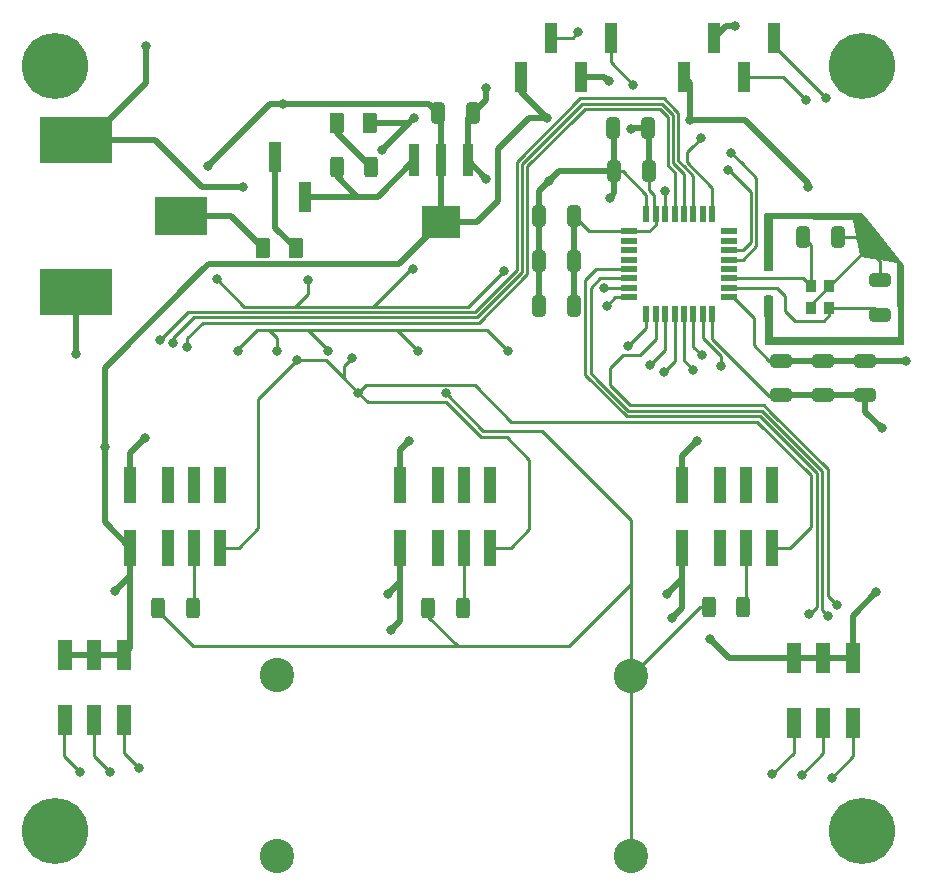
<source format=gbr>
%TF.GenerationSoftware,KiCad,Pcbnew,(6.0.7)*%
%TF.CreationDate,2023-04-19T21:38:56+02:00*%
%TF.ProjectId,rlc_meter,726c635f-6d65-4746-9572-2e6b69636164,rev?*%
%TF.SameCoordinates,Original*%
%TF.FileFunction,Copper,L1,Top*%
%TF.FilePolarity,Positive*%
%FSLAX46Y46*%
G04 Gerber Fmt 4.6, Leading zero omitted, Abs format (unit mm)*
G04 Created by KiCad (PCBNEW (6.0.7)) date 2023-04-19 21:38:56*
%MOMM*%
%LPD*%
G01*
G04 APERTURE LIST*
G04 Aperture macros list*
%AMRoundRect*
0 Rectangle with rounded corners*
0 $1 Rounding radius*
0 $2 $3 $4 $5 $6 $7 $8 $9 X,Y pos of 4 corners*
0 Add a 4 corners polygon primitive as box body*
4,1,4,$2,$3,$4,$5,$6,$7,$8,$9,$2,$3,0*
0 Add four circle primitives for the rounded corners*
1,1,$1+$1,$2,$3*
1,1,$1+$1,$4,$5*
1,1,$1+$1,$6,$7*
1,1,$1+$1,$8,$9*
0 Add four rect primitives between the rounded corners*
20,1,$1+$1,$2,$3,$4,$5,0*
20,1,$1+$1,$4,$5,$6,$7,0*
20,1,$1+$1,$6,$7,$8,$9,0*
20,1,$1+$1,$8,$9,$2,$3,0*%
G04 Aperture macros list end*
%TA.AperFunction,SMDPad,CuDef*%
%ADD10R,1.200000X2.500000*%
%TD*%
%TA.AperFunction,SMDPad,CuDef*%
%ADD11R,1.110000X3.100000*%
%TD*%
%TA.AperFunction,ComponentPad*%
%ADD12C,2.910000*%
%TD*%
%TA.AperFunction,SMDPad,CuDef*%
%ADD13R,4.400000X3.300000*%
%TD*%
%TA.AperFunction,SMDPad,CuDef*%
%ADD14R,6.200000X3.900000*%
%TD*%
%TA.AperFunction,SMDPad,CuDef*%
%ADD15R,0.950000X2.750000*%
%TD*%
%TA.AperFunction,SMDPad,CuDef*%
%ADD16R,3.250000X2.750000*%
%TD*%
%TA.AperFunction,SMDPad,CuDef*%
%ADD17R,1.475000X0.600000*%
%TD*%
%TA.AperFunction,SMDPad,CuDef*%
%ADD18R,0.600000X1.475000*%
%TD*%
%TA.AperFunction,ComponentPad*%
%ADD19C,5.600000*%
%TD*%
%TA.AperFunction,SMDPad,CuDef*%
%ADD20RoundRect,0.250000X-0.312500X-0.625000X0.312500X-0.625000X0.312500X0.625000X-0.312500X0.625000X0*%
%TD*%
%TA.AperFunction,SMDPad,CuDef*%
%ADD21RoundRect,0.250000X0.325000X0.650000X-0.325000X0.650000X-0.325000X-0.650000X0.325000X-0.650000X0*%
%TD*%
%TA.AperFunction,SMDPad,CuDef*%
%ADD22RoundRect,0.250000X0.312500X0.625000X-0.312500X0.625000X-0.312500X-0.625000X0.312500X-0.625000X0*%
%TD*%
%TA.AperFunction,SMDPad,CuDef*%
%ADD23RoundRect,0.250000X0.375000X0.625000X-0.375000X0.625000X-0.375000X-0.625000X0.375000X-0.625000X0*%
%TD*%
%TA.AperFunction,SMDPad,CuDef*%
%ADD24R,0.950000X1.000000*%
%TD*%
%TA.AperFunction,SMDPad,CuDef*%
%ADD25RoundRect,0.250000X-0.650000X0.325000X-0.650000X-0.325000X0.650000X-0.325000X0.650000X0.325000X0*%
%TD*%
%TA.AperFunction,SMDPad,CuDef*%
%ADD26R,1.000000X2.510000*%
%TD*%
%TA.AperFunction,SMDPad,CuDef*%
%ADD27RoundRect,0.250000X0.650000X-0.325000X0.650000X0.325000X-0.650000X0.325000X-0.650000X-0.325000X0*%
%TD*%
%TA.AperFunction,SMDPad,CuDef*%
%ADD28RoundRect,0.250000X-0.325000X-0.650000X0.325000X-0.650000X0.325000X0.650000X-0.325000X0.650000X0*%
%TD*%
%TA.AperFunction,SMDPad,CuDef*%
%ADD29RoundRect,0.250000X-0.375000X-0.625000X0.375000X-0.625000X0.375000X0.625000X-0.375000X0.625000X0*%
%TD*%
%TA.AperFunction,ViaPad*%
%ADD30C,0.800000*%
%TD*%
%TA.AperFunction,Conductor*%
%ADD31C,0.250000*%
%TD*%
%TA.AperFunction,Conductor*%
%ADD32C,0.500000*%
%TD*%
G04 APERTURE END LIST*
D10*
%TO.P,S102,1,1*%
%TO.N,/LCD_buttons/f1*%
X162600000Y-152864000D03*
%TO.P,S102,2,2*%
%TO.N,/LCD_buttons/f2*%
X165100000Y-152864000D03*
%TO.P,S102,3,3*%
%TO.N,/LCD_buttons/f3*%
X167600000Y-152864000D03*
%TO.P,S102,4,4*%
%TO.N,+3V3*%
X167600000Y-147364000D03*
%TO.P,S102,5,5*%
X165100000Y-147364000D03*
%TO.P,S102,6,6*%
X162600000Y-147364000D03*
%TD*%
%TO.P,S101,1,1*%
%TO.N,/LCD_buttons/R1_IN*%
X100878000Y-152610000D03*
%TO.P,S101,2,2*%
%TO.N,/LCD_buttons/R2_IN*%
X103378000Y-152610000D03*
%TO.P,S101,3,3*%
%TO.N,/LCD_buttons/R3_IN*%
X105878000Y-152610000D03*
%TO.P,S101,4,4*%
%TO.N,+3V3*%
X105878000Y-147110000D03*
%TO.P,S101,5,5*%
X103378000Y-147110000D03*
%TO.P,S101,6,6*%
X100878000Y-147110000D03*
%TD*%
D11*
%TO.P,K103,1,COIL+*%
%TO.N,+3V3*%
X106436000Y-138032000D03*
%TO.P,K103,2,NC_1*%
%TO.N,unconnected-(K103-Pad2)*%
X109636000Y-138032000D03*
%TO.P,K103,3,COM_1*%
%TO.N,Net-(K103-Pad3)*%
X111836000Y-138032000D03*
%TO.P,K103,4,NO_1*%
%TO.N,/Level shifter/V1*%
X114036000Y-138032000D03*
%TO.P,K103,5,NO_2*%
%TO.N,unconnected-(K103-Pad5)*%
X114036000Y-132732000D03*
%TO.P,K103,6,COM_2*%
%TO.N,unconnected-(K103-Pad6)*%
X111836000Y-132732000D03*
%TO.P,K103,7,NC_2*%
%TO.N,unconnected-(K103-Pad7)*%
X109636000Y-132732000D03*
%TO.P,K103,8,COIL-*%
%TO.N,Net-(D103-Pad2)*%
X106436000Y-132732000D03*
%TD*%
%TO.P,K102,1,COIL+*%
%TO.N,+3V3*%
X129296000Y-138032000D03*
%TO.P,K102,2,NC_1*%
%TO.N,unconnected-(K102-Pad2)*%
X132496000Y-138032000D03*
%TO.P,K102,3,COM_1*%
%TO.N,Net-(K102-Pad3)*%
X134696000Y-138032000D03*
%TO.P,K102,4,NO_1*%
%TO.N,/Level shifter/V1*%
X136896000Y-138032000D03*
%TO.P,K102,5,NO_2*%
%TO.N,unconnected-(K102-Pad5)*%
X136896000Y-132732000D03*
%TO.P,K102,6,COM_2*%
%TO.N,unconnected-(K102-Pad6)*%
X134696000Y-132732000D03*
%TO.P,K102,7,NC_2*%
%TO.N,unconnected-(K102-Pad7)*%
X132496000Y-132732000D03*
%TO.P,K102,8,COIL-*%
%TO.N,Net-(D102-Pad2)*%
X129296000Y-132732000D03*
%TD*%
%TO.P,K101,1,COIL+*%
%TO.N,+3V3*%
X153172000Y-138032000D03*
%TO.P,K101,2,NC_1*%
%TO.N,unconnected-(K101-Pad2)*%
X156372000Y-138032000D03*
%TO.P,K101,3,COM_1*%
%TO.N,Net-(K101-Pad3)*%
X158572000Y-138032000D03*
%TO.P,K101,4,NO_1*%
%TO.N,/Level shifter/V1*%
X160772000Y-138032000D03*
%TO.P,K101,5,NO_2*%
%TO.N,unconnected-(K101-Pad5)*%
X160772000Y-132732000D03*
%TO.P,K101,6,COM_2*%
%TO.N,unconnected-(K101-Pad6)*%
X158572000Y-132732000D03*
%TO.P,K101,7,NC_2*%
%TO.N,unconnected-(K101-Pad7)*%
X156372000Y-132732000D03*
%TO.P,K101,8,COIL-*%
%TO.N,Net-(D101-Pad2)*%
X153172000Y-132732000D03*
%TD*%
D12*
%TO.P,J105,1,1*%
%TO.N,/Level shifter/V2*%
X148844000Y-148884000D03*
%TO.P,J105,2,2*%
X148844000Y-164184000D03*
%TD*%
D13*
%TO.P,J103,1,1*%
%TO.N,Net-(F101-Pad1)*%
X110744000Y-109982000D03*
D14*
%TO.P,J103,2,2*%
%TO.N,GND*%
X101794000Y-103532000D03*
%TO.P,J103,3,3*%
X101794000Y-116432000D03*
%TD*%
D12*
%TO.P,J101,1,1*%
%TO.N,GND*%
X118872000Y-148844000D03*
%TO.P,J101,2,2*%
X118872000Y-164144000D03*
%TD*%
D15*
%TO.P,IC102,1,GND*%
%TO.N,GND*%
X135025000Y-105250000D03*
%TO.P,IC102,2,VOUT_1*%
%TO.N,+3V3*%
X132725000Y-105250000D03*
%TO.P,IC102,3,VIN*%
%TO.N,+BATT*%
X130425000Y-105250000D03*
D16*
%TO.P,IC102,4,VOUT_2*%
%TO.N,+3V3*%
X132725000Y-110450000D03*
%TD*%
D17*
%TO.P,IC101,1,VDD_1*%
%TO.N,+3V3*%
X157146000Y-116846000D03*
%TO.P,IC101,2,PF0-OSC_IN*%
%TO.N,OSC_IN*%
X157146000Y-116046000D03*
%TO.P,IC101,3,PF1-OSC_OUT*%
%TO.N,OSC_OUT*%
X157146000Y-115246000D03*
%TO.P,IC101,4,PG10-NRST*%
%TO.N,unconnected-(IC101-Pad4)*%
X157146000Y-114446000D03*
%TO.P,IC101,5,PA0*%
%TO.N,/Level shifter/V1_ADC*%
X157146000Y-113646000D03*
%TO.P,IC101,6,PA1*%
%TO.N,/Level shifter/V2_ADC*%
X157146000Y-112846000D03*
%TO.P,IC101,7,PA2*%
%TO.N,unconnected-(IC101-Pad7)*%
X157146000Y-112046000D03*
%TO.P,IC101,8,PA3*%
%TO.N,unconnected-(IC101-Pad8)*%
X157146000Y-111246000D03*
D18*
%TO.P,IC101,9,PA4*%
%TO.N,/Level shifter/DAC*%
X155708000Y-109808000D03*
%TO.P,IC101,10,PA5*%
%TO.N,TIM2_rezerwacja*%
X154908000Y-109808000D03*
%TO.P,IC101,11,PA6*%
%TO.N,/LCD_buttons/R1_IN*%
X154108000Y-109808000D03*
%TO.P,IC101,12,PA7*%
%TO.N,/LCD_buttons/R2_IN*%
X153308000Y-109808000D03*
%TO.P,IC101,13,PB0*%
%TO.N,/LCD_buttons/R3_IN*%
X152508000Y-109808000D03*
%TO.P,IC101,14,VSSA*%
%TO.N,GND*%
X151708000Y-109808000D03*
%TO.P,IC101,15,VDDA*%
%TO.N,+3V3*%
X150908000Y-109808000D03*
%TO.P,IC101,16,VSS_1*%
%TO.N,GND*%
X150108000Y-109808000D03*
D17*
%TO.P,IC101,17,VDD_2*%
%TO.N,+3V3*%
X148670000Y-111246000D03*
%TO.P,IC101,18,PA8*%
%TO.N,TIM1_rezerwacja*%
X148670000Y-112046000D03*
%TO.P,IC101,19,PA9*%
%TO.N,UART_TX*%
X148670000Y-112846000D03*
%TO.P,IC101,20,PA10*%
%TO.N,UART_RX*%
X148670000Y-113646000D03*
%TO.P,IC101,21,PA11*%
%TO.N,/LCD_buttons/f1*%
X148670000Y-114446000D03*
%TO.P,IC101,22,PA12*%
%TO.N,/LCD_buttons/f2*%
X148670000Y-115246000D03*
%TO.P,IC101,23,PA13*%
%TO.N,SWDIO*%
X148670000Y-116046000D03*
%TO.P,IC101,24,PA14*%
%TO.N,SWCLK*%
X148670000Y-116846000D03*
D18*
%TO.P,IC101,25,PA15*%
%TO.N,/LCD_buttons/SCL*%
X150108000Y-118284000D03*
%TO.P,IC101,26,PB3*%
%TO.N,/LCD_buttons/f3*%
X150908000Y-118284000D03*
%TO.P,IC101,27,PB4*%
%TO.N,/MCU/R2*%
X151708000Y-118284000D03*
%TO.P,IC101,28,PB5*%
%TO.N,/MCU/R3*%
X152508000Y-118284000D03*
%TO.P,IC101,29,PB6*%
%TO.N,/MCU/R1*%
X153308000Y-118284000D03*
%TO.P,IC101,30,PB7*%
%TO.N,/LCD_buttons/SDA*%
X154108000Y-118284000D03*
%TO.P,IC101,31,PB8-BOOT0*%
%TO.N,Net-(IC101-Pad31)*%
X154908000Y-118284000D03*
%TO.P,IC101,32,VSS_2*%
%TO.N,GND*%
X155708000Y-118284000D03*
%TD*%
D19*
%TO.P,,1*%
%TO.N,N/C*%
X100076000Y-162052000D03*
%TD*%
D20*
%TO.P,R110,1*%
%TO.N,/Level shifter/V2*%
X108787500Y-143150000D03*
%TO.P,R110,2*%
%TO.N,Net-(K103-Pad3)*%
X111712500Y-143150000D03*
%TD*%
D21*
%TO.P,C107,1*%
%TO.N,+3V3*%
X144018000Y-113792000D03*
%TO.P,C107,2*%
%TO.N,GND*%
X141068000Y-113792000D03*
%TD*%
D22*
%TO.P,R124,1*%
%TO.N,Net-(D104-Pad2)*%
X126812500Y-105775000D03*
%TO.P,R124,2*%
%TO.N,+BATT*%
X123887500Y-105775000D03*
%TD*%
D21*
%TO.P,C105,1*%
%TO.N,+3V3*%
X144018000Y-117602000D03*
%TO.P,C105,2*%
%TO.N,GND*%
X141068000Y-117602000D03*
%TD*%
D23*
%TO.P,D104,1,K*%
%TO.N,GND*%
X126725000Y-102100000D03*
%TO.P,D104,2,A*%
%TO.N,Net-(D104-Pad2)*%
X123925000Y-102100000D03*
%TD*%
D19*
%TO.P,REF\u002A\u002A,1*%
%TO.N,N/C*%
X168402000Y-162052000D03*
%TD*%
D24*
%TO.P,Y101,1,1*%
%TO.N,OSC_OUT*%
X164071000Y-115915000D03*
%TO.P,Y101,2,2*%
%TO.N,GND*%
X164071000Y-117765000D03*
%TO.P,Y101,3,3*%
%TO.N,OSC_IN*%
X165621000Y-117765000D03*
%TO.P,Y101,4,4*%
%TO.N,GND*%
X165621000Y-115915000D03*
%TD*%
D20*
%TO.P,R104,1*%
%TO.N,/Level shifter/V2*%
X155387500Y-143100000D03*
%TO.P,R104,2*%
%TO.N,Net-(K101-Pad3)*%
X158312500Y-143100000D03*
%TD*%
D25*
%TO.P,C102,1*%
%TO.N,+3V3*%
X165106000Y-122200000D03*
%TO.P,C102,2*%
%TO.N,GND*%
X165106000Y-125150000D03*
%TD*%
D26*
%TO.P,JP101,1,A*%
%TO.N,Net-(F101-Pad2)*%
X118680000Y-104995000D03*
%TO.P,JP101,2,B*%
%TO.N,+BATT*%
X121220000Y-108305000D03*
%TD*%
D25*
%TO.P,C101,1*%
%TO.N,+3V3*%
X168662000Y-122200000D03*
%TO.P,C101,2*%
%TO.N,GND*%
X168662000Y-125150000D03*
%TD*%
D21*
%TO.P,C108,1*%
%TO.N,+3V3*%
X144018000Y-109982000D03*
%TO.P,C108,2*%
%TO.N,GND*%
X141068000Y-109982000D03*
%TD*%
D27*
%TO.P,C106,1*%
%TO.N,OSC_IN*%
X169926000Y-118315000D03*
%TO.P,C106,2*%
%TO.N,GND*%
X169926000Y-115365000D03*
%TD*%
D19*
%TO.P,,1*%
%TO.N,N/C*%
X100076000Y-97282000D03*
%TD*%
D28*
%TO.P,C111,1*%
%TO.N,+3V3*%
X132475000Y-101225000D03*
%TO.P,C111,2*%
%TO.N,GND*%
X135425000Y-101225000D03*
%TD*%
D26*
%TO.P,J102,1,Pin_1*%
%TO.N,+3V3*%
X139490000Y-98155000D03*
%TO.P,J102,2,Pin_2*%
%TO.N,SWCLK*%
X142030000Y-94845000D03*
%TO.P,J102,3,Pin_3*%
%TO.N,GND*%
X144570000Y-98155000D03*
%TO.P,J102,4,Pin_4*%
%TO.N,SWDIO*%
X147110000Y-94845000D03*
%TD*%
D21*
%TO.P,C110,1*%
%TO.N,+3V3*%
X150350000Y-106150000D03*
%TO.P,C110,2*%
%TO.N,GND*%
X147400000Y-106150000D03*
%TD*%
%TO.P,C109,1*%
%TO.N,+3V3*%
X150250000Y-102500000D03*
%TO.P,C109,2*%
%TO.N,GND*%
X147300000Y-102500000D03*
%TD*%
D28*
%TO.P,C104,1*%
%TO.N,OSC_OUT*%
X163420000Y-111760000D03*
%TO.P,C104,2*%
%TO.N,GND*%
X166370000Y-111760000D03*
%TD*%
D19*
%TO.P,,1*%
%TO.N,N/C*%
X168402000Y-97282000D03*
%TD*%
D20*
%TO.P,R107,1*%
%TO.N,/Level shifter/V2*%
X131662500Y-143125000D03*
%TO.P,R107,2*%
%TO.N,Net-(K102-Pad3)*%
X134587500Y-143125000D03*
%TD*%
D29*
%TO.P,F101,1*%
%TO.N,Net-(F101-Pad1)*%
X117650000Y-112700000D03*
%TO.P,F101,2*%
%TO.N,Net-(F101-Pad2)*%
X120450000Y-112700000D03*
%TD*%
D25*
%TO.P,C103,1*%
%TO.N,+3V3*%
X161550000Y-122200000D03*
%TO.P,C103,2*%
%TO.N,GND*%
X161550000Y-125150000D03*
%TD*%
D26*
%TO.P,J104,1,Pin_1*%
%TO.N,+3V3*%
X153340000Y-98205000D03*
%TO.P,J104,2,Pin_2*%
%TO.N,GND*%
X155880000Y-94895000D03*
%TO.P,J104,3,Pin_3*%
%TO.N,/LCD_buttons/SDA*%
X158420000Y-98205000D03*
%TO.P,J104,4,Pin_4*%
%TO.N,/LCD_buttons/SCL*%
X160960000Y-94895000D03*
%TD*%
D30*
%TO.N,GND*%
X115975000Y-107500000D03*
X136575000Y-106800000D03*
%TO.N,+3V3*%
X141700000Y-101675000D03*
X163825000Y-107475000D03*
X151892000Y-141986000D03*
X119350000Y-100450000D03*
X172075000Y-122200000D03*
X169575000Y-141825000D03*
X153800000Y-101825000D03*
X112975000Y-105725000D03*
X128270000Y-141986000D03*
X152250000Y-144025000D03*
X148850000Y-102600000D03*
X128475000Y-145025000D03*
X155525000Y-145800000D03*
X104250000Y-129475000D03*
X105156000Y-141732000D03*
%TO.N,GND*%
X168800000Y-112750000D03*
X130425000Y-101650000D03*
X101825000Y-121625000D03*
X146925000Y-98550000D03*
X127775000Y-104400000D03*
X107750000Y-95600000D03*
X170087500Y-127937500D03*
X157625000Y-93875000D03*
X136525000Y-99150000D03*
X141850000Y-107025000D03*
X151725000Y-107825000D03*
X147000000Y-108425000D03*
%TO.N,-5V*%
X138430000Y-121412000D03*
X123190000Y-121412000D03*
X130810000Y-121412000D03*
X115570000Y-121412000D03*
X118863000Y-121412000D03*
%TO.N,+5V*%
X130325000Y-114425000D03*
X121475000Y-115350000D03*
X113788500Y-115319500D03*
X138075000Y-114575000D03*
%TO.N,Net-(D101-Pad2)*%
X154432000Y-129032000D03*
%TO.N,/Level shifter/V1_ADC*%
X157300000Y-104600000D03*
%TO.N,/Level shifter/V2_ADC*%
X157025000Y-106075000D03*
%TO.N,/Level shifter/DAC*%
X154725000Y-103375000D03*
%TO.N,SWDIO*%
X146575000Y-116075000D03*
X149025000Y-98825000D03*
%TO.N,SWCLK*%
X146800000Y-117550000D03*
X144375000Y-94400000D03*
%TO.N,/MCU/R3*%
X151625000Y-123125000D03*
%TO.N,/MCU/R2*%
X150425000Y-122575000D03*
%TO.N,/MCU/R1*%
X154037500Y-122987500D03*
%TO.N,/Level shifter/V2*%
X133125000Y-124975000D03*
%TO.N,/LCD_buttons/SDA*%
X154800000Y-121750000D03*
X163625000Y-100175000D03*
%TO.N,/LCD_buttons/SCL*%
X165350000Y-99925000D03*
X148600000Y-120925000D03*
%TO.N,/Level shifter/V1*%
X125175000Y-122000000D03*
X120525000Y-122150000D03*
X125725000Y-124900000D03*
%TO.N,/LCD_buttons/R1_IN*%
X108900000Y-120450000D03*
X102148000Y-157012000D03*
%TO.N,/LCD_buttons/R2_IN*%
X110050000Y-120725000D03*
X104688000Y-157012000D03*
%TO.N,/LCD_buttons/R3_IN*%
X107188000Y-156718000D03*
X111200000Y-121075000D03*
%TO.N,/LCD_buttons/f1*%
X160782000Y-157226000D03*
X163925000Y-143650000D03*
%TO.N,/LCD_buttons/f2*%
X163282000Y-157266000D03*
X165500000Y-143825000D03*
%TO.N,/LCD_buttons/f3*%
X166225000Y-142900000D03*
X165822000Y-157520000D03*
%TO.N,Net-(IC101-Pad31)*%
X156425000Y-122675000D03*
%TO.N,Net-(D102-Pad2)*%
X130048000Y-129032000D03*
%TO.N,Net-(D103-Pad2)*%
X107696000Y-128778000D03*
%TD*%
D31*
%TO.N,GND*%
X115950000Y-107525000D02*
X115975000Y-107500000D01*
D32*
X112525000Y-107525000D02*
X115950000Y-107525000D01*
X108532000Y-103532000D02*
X112525000Y-107525000D01*
X101794000Y-103532000D02*
X108532000Y-103532000D01*
X135025000Y-105250000D02*
X136575000Y-106800000D01*
D31*
%TO.N,+3V3*%
X150357500Y-111246000D02*
X150908000Y-110695500D01*
X150733000Y-108137604D02*
X150733000Y-109633000D01*
D32*
X104250000Y-122850000D02*
X112625000Y-114475000D01*
D31*
X150733000Y-109633000D02*
X150908000Y-109808000D01*
D32*
X129296000Y-144204000D02*
X128475000Y-145025000D01*
D31*
X159200000Y-120895000D02*
X160528000Y-122223000D01*
D32*
X137550000Y-108700000D02*
X135800000Y-110450000D01*
D31*
X157486000Y-116846000D02*
X158720000Y-118080000D01*
X168687000Y-122225000D02*
X168662000Y-122200000D01*
D32*
X140175000Y-101675000D02*
X137550000Y-104300000D01*
D31*
X157146000Y-116846000D02*
X157486000Y-116846000D01*
D32*
X155525000Y-145800000D02*
X157089000Y-147364000D01*
X158450000Y-101825000D02*
X163825000Y-107200000D01*
X150250000Y-102500000D02*
X148950000Y-102500000D01*
X132725000Y-105250000D02*
X132725000Y-101475000D01*
X168662000Y-122200000D02*
X161550000Y-122200000D01*
D31*
X145282000Y-111246000D02*
X144018000Y-109982000D01*
D32*
X131700000Y-100450000D02*
X132475000Y-101225000D01*
X153172000Y-138032000D02*
X153172000Y-140706000D01*
X100878000Y-147110000D02*
X105878000Y-147110000D01*
X150350000Y-106150000D02*
X150350000Y-102600000D01*
X119350000Y-100450000D02*
X131700000Y-100450000D01*
X153172000Y-140706000D02*
X151892000Y-141986000D01*
X139490000Y-98155000D02*
X139490000Y-99465000D01*
X104250000Y-129475000D02*
X104250000Y-135846000D01*
X106436000Y-138032000D02*
X106436000Y-145514000D01*
D31*
X148670000Y-111246000D02*
X145282000Y-111246000D01*
X160528000Y-122223000D02*
X167640000Y-122223000D01*
X162600000Y-147364000D02*
X165100000Y-147364000D01*
D32*
X153172000Y-140706000D02*
X153172000Y-143128000D01*
X104250000Y-122850000D02*
X104250000Y-129475000D01*
X104250000Y-135846000D02*
X106436000Y-138032000D01*
X157089000Y-147364000D02*
X162600000Y-147364000D01*
X129296000Y-138032000D02*
X129296000Y-140960000D01*
X163825000Y-107200000D02*
X163825000Y-107475000D01*
X106436000Y-146552000D02*
X105878000Y-147110000D01*
X167600000Y-147364000D02*
X162600000Y-147364000D01*
X167600000Y-143800000D02*
X167600000Y-147364000D01*
D31*
X159200000Y-118560000D02*
X159200000Y-120895000D01*
D32*
X106436000Y-138032000D02*
X106436000Y-140452000D01*
X106436000Y-140452000D02*
X105156000Y-141732000D01*
X169575000Y-141825000D02*
X167600000Y-143800000D01*
X135800000Y-110450000D02*
X132725000Y-110450000D01*
X132725000Y-110450000D02*
X129150000Y-114025000D01*
X153800000Y-98665000D02*
X153340000Y-98205000D01*
X113075000Y-114025000D02*
X112625000Y-114475000D01*
X129296000Y-140960000D02*
X128270000Y-141986000D01*
X141700000Y-101675000D02*
X140175000Y-101675000D01*
X172050000Y-122225000D02*
X172075000Y-122200000D01*
X132725000Y-105250000D02*
X132725000Y-110450000D01*
X129150000Y-114025000D02*
X113075000Y-114025000D01*
X152275000Y-144025000D02*
X153172000Y-143128000D01*
D31*
X150350000Y-107675000D02*
X150310198Y-107714802D01*
D32*
X106436000Y-145514000D02*
X106436000Y-146552000D01*
X153800000Y-101825000D02*
X153800000Y-98665000D01*
X152250000Y-144025000D02*
X152275000Y-144025000D01*
D31*
X150310198Y-107714802D02*
X150733000Y-108137604D01*
X150908000Y-110695500D02*
X150908000Y-109808000D01*
X148670000Y-111246000D02*
X150357500Y-111246000D01*
D32*
X118250000Y-100450000D02*
X119350000Y-100450000D01*
X139490000Y-99465000D02*
X141700000Y-101675000D01*
D31*
X158720000Y-118080000D02*
X159200000Y-118560000D01*
D32*
X144018000Y-109982000D02*
X144018000Y-117602000D01*
X129296000Y-140960000D02*
X129296000Y-144204000D01*
D31*
X150350000Y-106150000D02*
X150350000Y-107675000D01*
X132725000Y-101475000D02*
X132475000Y-101225000D01*
X150350000Y-102600000D02*
X150250000Y-102500000D01*
D32*
X137550000Y-104300000D02*
X137550000Y-108700000D01*
X168687000Y-122225000D02*
X172050000Y-122225000D01*
X112975000Y-105725000D02*
X118250000Y-100450000D01*
X153800000Y-101825000D02*
X158450000Y-101825000D01*
%TO.N,GND*%
X141850000Y-107025000D02*
X142725000Y-106150000D01*
X141068000Y-109982000D02*
X141068000Y-107807000D01*
X127375000Y-102100000D02*
X127950000Y-102100000D01*
X101794000Y-116432000D02*
X101794000Y-121594000D01*
X142725000Y-106150000D02*
X147400000Y-106150000D01*
X107750000Y-98726000D02*
X107750000Y-95600000D01*
D31*
X148131000Y-106172000D02*
X147422000Y-106172000D01*
D32*
X127950000Y-102100000D02*
X129975000Y-102100000D01*
D31*
X168656000Y-112880000D02*
X168656000Y-112522000D01*
D32*
X141068000Y-109982000D02*
X141068000Y-117602000D01*
X168662000Y-125150000D02*
X161550000Y-125150000D01*
D31*
X169926000Y-113792000D02*
X169926000Y-115365000D01*
D32*
X156900000Y-93875000D02*
X157625000Y-93875000D01*
D31*
X150108000Y-108149000D02*
X148131000Y-106172000D01*
X155708000Y-120353000D02*
X160528000Y-125173000D01*
X135025000Y-101625000D02*
X135425000Y-101225000D01*
D32*
X135425000Y-101225000D02*
X136525000Y-100125000D01*
D31*
X150108000Y-109808000D02*
X150108000Y-108149000D01*
X164071000Y-117765000D02*
X164071000Y-117465000D01*
D32*
X102944000Y-103532000D02*
X107750000Y-98726000D01*
D31*
X101794000Y-121594000D02*
X101825000Y-121625000D01*
X167894000Y-111760000D02*
X168656000Y-112522000D01*
X151708000Y-109808000D02*
X151708000Y-107842000D01*
D32*
X127375000Y-102100000D02*
X129975000Y-102100000D01*
D31*
X164071000Y-117465000D02*
X165621000Y-115915000D01*
D32*
X144570000Y-98155000D02*
X146505000Y-98155000D01*
X155880000Y-94895000D02*
X156900000Y-93875000D01*
X168662000Y-126512000D02*
X170087500Y-127937500D01*
X129975000Y-102100000D02*
X130425000Y-101650000D01*
X147400000Y-106150000D02*
X147400000Y-107275000D01*
D31*
X147422000Y-106172000D02*
X147400000Y-106150000D01*
D32*
X147400000Y-108025000D02*
X147000000Y-108425000D01*
D31*
X151708000Y-107842000D02*
X151725000Y-107825000D01*
D32*
X168662000Y-125150000D02*
X168662000Y-126512000D01*
X126725000Y-102100000D02*
X127375000Y-102100000D01*
X147400000Y-106150000D02*
X147400000Y-102600000D01*
X141068000Y-107807000D02*
X141850000Y-107025000D01*
X147400000Y-107275000D02*
X147400000Y-108025000D01*
D31*
X130150000Y-102025000D02*
X130150000Y-102000000D01*
D32*
X136525000Y-100125000D02*
X136525000Y-99150000D01*
D31*
X166370000Y-111760000D02*
X167894000Y-111760000D01*
D32*
X127775000Y-104400000D02*
X130150000Y-102025000D01*
D31*
X168656000Y-112522000D02*
X169926000Y-113792000D01*
D32*
X146505000Y-98155000D02*
X146850000Y-98500000D01*
D31*
X101794000Y-103532000D02*
X102944000Y-103532000D01*
X160528000Y-125173000D02*
X167640000Y-125173000D01*
X147400000Y-102600000D02*
X147300000Y-102500000D01*
D32*
X135025000Y-105250000D02*
X135025000Y-101625000D01*
D31*
X155708000Y-118284000D02*
X155708000Y-120353000D01*
X165621000Y-115915000D02*
X168656000Y-112880000D01*
%TO.N,OSC_IN*%
X169376000Y-117765000D02*
X165621000Y-117765000D01*
X161900000Y-118025000D02*
X162723500Y-118848500D01*
X162723500Y-118848500D02*
X165123500Y-118848500D01*
X165621000Y-117765000D02*
X165621000Y-118351000D01*
X165621000Y-118351000D02*
X165123500Y-118848500D01*
X161900000Y-116725000D02*
X161900000Y-118025000D01*
X161221000Y-116046000D02*
X161900000Y-116725000D01*
X157146000Y-116046000D02*
X161221000Y-116046000D01*
X169926000Y-118315000D02*
X169376000Y-117765000D01*
%TO.N,OSC_OUT*%
X164071000Y-115915000D02*
X164071000Y-112411000D01*
X164071000Y-112411000D02*
X163420000Y-111760000D01*
X163402000Y-115246000D02*
X157146000Y-115246000D01*
X164071000Y-115915000D02*
X163402000Y-115246000D01*
%TO.N,-5V*%
X118175000Y-119625000D02*
X117925000Y-119625000D01*
X123190000Y-121315000D02*
X121500000Y-119625000D01*
X115570000Y-121205000D02*
X117150000Y-119625000D01*
X117925000Y-119625000D02*
X121500000Y-119625000D01*
X115570000Y-121412000D02*
X115570000Y-121205000D01*
X118875000Y-121400000D02*
X118875000Y-120325000D01*
X118875000Y-120325000D02*
X118175000Y-119625000D01*
X129023000Y-119625000D02*
X130810000Y-121412000D01*
X121500000Y-119625000D02*
X127375000Y-119625000D01*
X127375000Y-119625000D02*
X129023000Y-119625000D01*
X127375000Y-119625000D02*
X136643000Y-119625000D01*
X136643000Y-119625000D02*
X138430000Y-121412000D01*
X117150000Y-119625000D02*
X117925000Y-119625000D01*
X118863000Y-121412000D02*
X118875000Y-121400000D01*
%TO.N,+5V*%
X120375000Y-117625000D02*
X121475000Y-116525000D01*
X126723000Y-117625000D02*
X126975000Y-117625000D01*
X135025000Y-117625000D02*
X138075000Y-114575000D01*
X113788500Y-115319500D02*
X116094000Y-117625000D01*
X121475000Y-116525000D02*
X121475000Y-115350000D01*
X126975000Y-117625000D02*
X135025000Y-117625000D01*
X126975000Y-117625000D02*
X130175000Y-114425000D01*
X120375000Y-117625000D02*
X126723000Y-117625000D01*
X130175000Y-114425000D02*
X130325000Y-114425000D01*
X116094000Y-117625000D02*
X120375000Y-117625000D01*
D32*
%TO.N,Net-(D101-Pad2)*%
X153172000Y-132732000D02*
X153172000Y-130292000D01*
X153172000Y-130292000D02*
X154432000Y-129032000D01*
D31*
%TO.N,/Level shifter/V1_ADC*%
X159425000Y-112500000D02*
X158279000Y-113646000D01*
X159425000Y-106725000D02*
X158200000Y-105500000D01*
X158200000Y-105500000D02*
X157300000Y-104600000D01*
X158279000Y-113646000D02*
X157146000Y-113646000D01*
X159425000Y-107200000D02*
X159425000Y-106725000D01*
X159425000Y-106925000D02*
X159425000Y-107200000D01*
X159425000Y-107200000D02*
X159425000Y-112500000D01*
%TO.N,/Level shifter/V2_ADC*%
X157025000Y-106075000D02*
X157100000Y-106075000D01*
X158975000Y-107950000D02*
X158975000Y-112150000D01*
X158975000Y-112150000D02*
X158279000Y-112846000D01*
X158279000Y-112846000D02*
X157146000Y-112846000D01*
X157100000Y-106075000D02*
X158975000Y-107950000D01*
%TO.N,/Level shifter/DAC*%
X155708000Y-107558000D02*
X153550000Y-105400000D01*
X154725000Y-103400000D02*
X154725000Y-103375000D01*
X153975000Y-104150000D02*
X154725000Y-103400000D01*
X155708000Y-109808000D02*
X155708000Y-107558000D01*
X153550000Y-104575000D02*
X153975000Y-104150000D01*
X153550000Y-105400000D02*
X153550000Y-104575000D01*
%TO.N,SWDIO*%
X147110000Y-94845000D02*
X147110000Y-96910000D01*
X148670000Y-116046000D02*
X146629000Y-116046000D01*
X147110000Y-96910000D02*
X149025000Y-98825000D01*
%TO.N,SWCLK*%
X148670000Y-116846000D02*
X147504000Y-116846000D01*
X142030000Y-94845000D02*
X143930000Y-94845000D01*
X143930000Y-94845000D02*
X144375000Y-94400000D01*
X147504000Y-116846000D02*
X146800000Y-117550000D01*
%TO.N,/MCU/R3*%
X152508000Y-122242000D02*
X151625000Y-123125000D01*
X152508000Y-118284000D02*
X152508000Y-122242000D01*
%TO.N,/MCU/R2*%
X151708000Y-118284000D02*
X151708000Y-121292000D01*
X151708000Y-121292000D02*
X150425000Y-122575000D01*
%TO.N,/MCU/R1*%
X153308000Y-118284000D02*
X153308000Y-122008000D01*
X153308000Y-118284000D02*
X153308000Y-122183000D01*
X153308000Y-122183000D02*
X154025000Y-122900000D01*
D32*
%TO.N,+BATT*%
X123887500Y-105775000D02*
X123887500Y-106597500D01*
X121220000Y-108305000D02*
X125595000Y-108305000D01*
X127370000Y-108305000D02*
X130425000Y-105250000D01*
X123887500Y-106597500D02*
X125595000Y-108305000D01*
X125595000Y-108305000D02*
X127370000Y-108305000D01*
D31*
%TO.N,/Level shifter/V2*%
X155387500Y-143100000D02*
X154628000Y-143100000D01*
X148844000Y-141081000D02*
X148844000Y-148884000D01*
X108787500Y-143150000D02*
X108787500Y-143412500D01*
X111700000Y-146325000D02*
X128675000Y-146325000D01*
X148844000Y-135719000D02*
X148844000Y-141081000D01*
X108787500Y-143412500D02*
X111700000Y-146325000D01*
X133125000Y-124975000D02*
X136325000Y-128175000D01*
X148844000Y-148884000D02*
X148844000Y-164184000D01*
X134082000Y-146325000D02*
X134141000Y-146384000D01*
X148844000Y-141081000D02*
X143600000Y-146325000D01*
X133750000Y-146325000D02*
X134082000Y-146325000D01*
X128675000Y-146325000D02*
X133750000Y-146325000D01*
X131662500Y-143125000D02*
X131662500Y-143905500D01*
X141300000Y-128175000D02*
X148844000Y-135719000D01*
X154628000Y-143100000D02*
X148844000Y-148884000D01*
X133750000Y-146325000D02*
X143225000Y-146325000D01*
X131662500Y-143905500D02*
X134141000Y-146384000D01*
X136325000Y-128175000D02*
X141300000Y-128175000D01*
X143600000Y-146325000D02*
X143225000Y-146325000D01*
%TO.N,/LCD_buttons/SDA*%
X158420000Y-98205000D02*
X161655000Y-98205000D01*
X154108000Y-118284000D02*
X154108000Y-121058000D01*
X154108000Y-121058000D02*
X154800000Y-121750000D01*
X161655000Y-98205000D02*
X163625000Y-100175000D01*
%TO.N,/LCD_buttons/SCL*%
X148600000Y-120925000D02*
X150108000Y-119417000D01*
X150108000Y-119417000D02*
X150108000Y-118284000D01*
X160960000Y-95535000D02*
X165350000Y-99925000D01*
X160960000Y-94895000D02*
X160960000Y-95535000D01*
%TO.N,Net-(K101-Pad3)*%
X158572000Y-142840500D02*
X158572000Y-138032000D01*
X158312500Y-143100000D02*
X158572000Y-142840500D01*
%TO.N,/Level shifter/V1*%
X135575000Y-124250000D02*
X126375000Y-124250000D01*
X122975000Y-122150000D02*
X124487500Y-123662500D01*
X164050000Y-136275000D02*
X164050000Y-131900000D01*
X124487500Y-122687500D02*
X124487500Y-123662500D01*
X126525000Y-125700000D02*
X133175000Y-125700000D01*
X117275000Y-133675000D02*
X117200000Y-133600000D01*
X162293000Y-138032000D02*
X164050000Y-136275000D01*
X125175000Y-122000000D02*
X124487500Y-122687500D01*
X115593000Y-138032000D02*
X117275000Y-136350000D01*
X138700000Y-127375000D02*
X135575000Y-124250000D01*
X133175000Y-125700000D02*
X136150000Y-128675000D01*
X140200000Y-136475000D02*
X140200000Y-130575000D01*
X114036000Y-138032000D02*
X115593000Y-138032000D01*
X159525000Y-127375000D02*
X138700000Y-127375000D01*
X164050000Y-131900000D02*
X159525000Y-127375000D01*
X138643000Y-138032000D02*
X140200000Y-136475000D01*
X124487500Y-123662500D02*
X125725000Y-124900000D01*
X117200000Y-133600000D02*
X117200000Y-125475000D01*
X160772000Y-138032000D02*
X162293000Y-138032000D01*
X120525000Y-122150000D02*
X122975000Y-122150000D01*
X136150000Y-128675000D02*
X138300000Y-128675000D01*
X117275000Y-136350000D02*
X117275000Y-133675000D01*
X117200000Y-125475000D02*
X120525000Y-122150000D01*
X140200000Y-130575000D02*
X138300000Y-128675000D01*
X126375000Y-124250000D02*
X125725000Y-124900000D01*
X125725000Y-124900000D02*
X126525000Y-125700000D01*
X136896000Y-138032000D02*
X138643000Y-138032000D01*
%TO.N,Net-(K102-Pad3)*%
X134587500Y-143125000D02*
X134696000Y-143016500D01*
X134696000Y-143016500D02*
X134696000Y-138032000D01*
%TO.N,Net-(K103-Pad3)*%
X111836000Y-143026500D02*
X111836000Y-138032000D01*
X111712500Y-143150000D02*
X111836000Y-143026500D01*
%TO.N,/LCD_buttons/R1_IN*%
X144800000Y-100000000D02*
X144527208Y-100000000D01*
X111275000Y-118075000D02*
X108900000Y-120450000D01*
X144527208Y-100000000D02*
X139150000Y-105377208D01*
X153275000Y-105761396D02*
X152825000Y-105311396D01*
X149338604Y-100000000D02*
X146250000Y-100000000D01*
X131725000Y-118075000D02*
X111275000Y-118075000D01*
X135600305Y-118075000D02*
X134350000Y-118075000D01*
X152825000Y-101202208D02*
X152561396Y-100938604D01*
X151622792Y-100000000D02*
X151350000Y-100000000D01*
X134350000Y-118075000D02*
X131725000Y-118075000D01*
X100838000Y-152904000D02*
X100838000Y-155702000D01*
X152825000Y-103550000D02*
X152825000Y-101202208D01*
X139150000Y-105377208D02*
X139150000Y-108175000D01*
X154108000Y-106594396D02*
X153275000Y-105761396D01*
X151350000Y-100000000D02*
X149338604Y-100000000D01*
X154108000Y-109808000D02*
X154108000Y-106594396D01*
X139150000Y-114525305D02*
X135600305Y-118075000D01*
X139150000Y-108175000D02*
X139150000Y-114350000D01*
X146250000Y-100000000D02*
X144800000Y-100000000D01*
X152561396Y-100938604D02*
X151622792Y-100000000D01*
X100838000Y-155702000D02*
X102148000Y-157012000D01*
X152825000Y-105311396D02*
X152825000Y-103550000D01*
X139150000Y-114350000D02*
X139150000Y-114525305D01*
%TO.N,/LCD_buttons/R2_IN*%
X144713604Y-100450000D02*
X143019302Y-102144302D01*
X139600000Y-105936396D02*
X139600000Y-114550000D01*
X139600000Y-114711701D02*
X135786701Y-118525000D01*
X153308000Y-106430792D02*
X152638604Y-105761396D01*
X139600000Y-105563604D02*
X139600000Y-105936396D01*
X152375000Y-101388604D02*
X151436396Y-100450000D01*
X103378000Y-155702000D02*
X104688000Y-157012000D01*
X139600000Y-114550000D02*
X139600000Y-114711701D01*
X152375000Y-105497792D02*
X152375000Y-105125000D01*
X111800000Y-118525000D02*
X110050000Y-120275000D01*
X152375000Y-103500000D02*
X152375000Y-101388604D01*
X103378000Y-152904000D02*
X103378000Y-155702000D01*
X134750000Y-118525000D02*
X111800000Y-118525000D01*
X135786701Y-118525000D02*
X134750000Y-118525000D01*
X110050000Y-120275000D02*
X110050000Y-120725000D01*
X146325000Y-100450000D02*
X146088604Y-100450000D01*
X153308000Y-109808000D02*
X153308000Y-106430792D01*
X150850000Y-100450000D02*
X149525000Y-100450000D01*
X151436396Y-100450000D02*
X150850000Y-100450000D01*
X149525000Y-100450000D02*
X146325000Y-100450000D01*
X146088604Y-100450000D02*
X144713604Y-100450000D01*
X143019302Y-102144302D02*
X139600000Y-105563604D01*
X152638604Y-105761396D02*
X152375000Y-105497792D01*
X152375000Y-105125000D02*
X152375000Y-103500000D01*
%TO.N,/LCD_buttons/R3_IN*%
X151925000Y-103650000D02*
X151925000Y-101575000D01*
X151925000Y-105525000D02*
X151925000Y-103650000D01*
X151250000Y-100900000D02*
X146575000Y-100900000D01*
X140050000Y-105750000D02*
X140050000Y-111225000D01*
X135973097Y-118975000D02*
X135650000Y-118975000D01*
X111200000Y-120325000D02*
X111200000Y-121075000D01*
X133525000Y-118975000D02*
X112550000Y-118975000D01*
X140050000Y-111225000D02*
X140050000Y-114625000D01*
X112550000Y-118975000D02*
X111200000Y-120325000D01*
X140050000Y-114898097D02*
X135973097Y-118975000D01*
X140050000Y-114625000D02*
X140050000Y-114898097D01*
X135650000Y-118975000D02*
X133525000Y-118975000D01*
X144250000Y-101550000D02*
X140050000Y-105750000D01*
X152508000Y-109808000D02*
X152508000Y-106267188D01*
X146575000Y-100900000D02*
X144900000Y-100900000D01*
X105878000Y-155408000D02*
X107188000Y-156718000D01*
X105878000Y-152610000D02*
X105878000Y-155408000D01*
X151925000Y-101575000D02*
X151250000Y-100900000D01*
X152508000Y-106267188D02*
X151925000Y-105684188D01*
X151925000Y-105684188D02*
X151925000Y-105525000D01*
X144900000Y-100900000D02*
X144250000Y-101550000D01*
%TO.N,/LCD_buttons/f1*%
X164575000Y-143025000D02*
X163950000Y-143650000D01*
X148450000Y-126925000D02*
X148525000Y-126925000D01*
X163950000Y-143650000D02*
X163925000Y-143650000D01*
X148670000Y-114446000D02*
X146496000Y-114446000D01*
X144950000Y-119175000D02*
X144950000Y-123425000D01*
X162600000Y-152864000D02*
X162600000Y-155408000D01*
X162600000Y-155408000D02*
X160782000Y-157226000D01*
X159750000Y-126925000D02*
X164575000Y-131750000D01*
X145854000Y-114446000D02*
X145125000Y-115175000D01*
X148525000Y-126925000D02*
X152425000Y-126925000D01*
X144950000Y-123425000D02*
X148450000Y-126925000D01*
X146496000Y-114446000D02*
X145854000Y-114446000D01*
X145125000Y-115175000D02*
X144950000Y-115350000D01*
X144950000Y-115350000D02*
X144950000Y-119175000D01*
X152425000Y-126925000D02*
X159750000Y-126925000D01*
X164575000Y-131750000D02*
X164575000Y-143025000D01*
%TO.N,/LCD_buttons/f2*%
X165025000Y-142650000D02*
X165025000Y-143350000D01*
X148670000Y-115246000D02*
X146179000Y-115246000D01*
X165025000Y-131563604D02*
X165025000Y-131936396D01*
X145400000Y-116300000D02*
X145400000Y-123238604D01*
X161343198Y-127881802D02*
X165025000Y-131563604D01*
X146179000Y-115246000D02*
X145400000Y-116025000D01*
X165025000Y-131936396D02*
X165025000Y-142650000D01*
X145400000Y-116025000D02*
X145400000Y-116300000D01*
X165100000Y-152904000D02*
X165100000Y-155448000D01*
X148586396Y-126425000D02*
X159886396Y-126425000D01*
X165100000Y-155448000D02*
X163282000Y-157266000D01*
X145400000Y-123238604D02*
X146055698Y-123894302D01*
X165025000Y-143350000D02*
X165500000Y-143825000D01*
X146055698Y-123894302D02*
X148586396Y-126425000D01*
X159886396Y-126425000D02*
X161343198Y-127881802D01*
%TO.N,/LCD_buttons/f3*%
X150908000Y-118284000D02*
X150908000Y-119717000D01*
X150908000Y-119717000D02*
X150908000Y-120292000D01*
X150908000Y-119717000D02*
X150908000Y-120342000D01*
X150908000Y-120342000D02*
X150750000Y-120500000D01*
X149550000Y-121700000D02*
X148175000Y-121700000D01*
X160072792Y-125975000D02*
X160698896Y-126601104D01*
X159541827Y-125975000D02*
X160072792Y-125975000D01*
X165475000Y-141625000D02*
X165475000Y-142150000D01*
X147050000Y-124252208D02*
X147061396Y-124263604D01*
X160698896Y-126601104D02*
X165475000Y-131377208D01*
X150750000Y-120500000D02*
X149550000Y-121700000D01*
X165475000Y-142150000D02*
X166225000Y-142900000D01*
X167640000Y-155702000D02*
X165822000Y-157520000D01*
X147061396Y-124263604D02*
X148761396Y-125963604D01*
X148175000Y-121700000D02*
X147050000Y-122825000D01*
X148761396Y-125963604D02*
X148772792Y-125975000D01*
X147050000Y-122825000D02*
X147050000Y-124252208D01*
X165475000Y-131377208D02*
X165475000Y-141625000D01*
X167640000Y-153158000D02*
X167640000Y-155702000D01*
X148772792Y-125975000D02*
X159541827Y-125975000D01*
%TO.N,Net-(IC101-Pad31)*%
X156175000Y-121525000D02*
X156425000Y-121775000D01*
X154908000Y-118284000D02*
X154908000Y-120258000D01*
X154908000Y-120258000D02*
X156175000Y-121525000D01*
X156425000Y-121775000D02*
X156425000Y-122675000D01*
%TO.N,Net-(D104-Pad2)*%
X123925000Y-102100000D02*
X123925000Y-102887500D01*
D32*
X123925000Y-102887500D02*
X126812500Y-105775000D01*
%TO.N,Net-(F101-Pad2)*%
X118680000Y-110930000D02*
X118680000Y-104995000D01*
X120450000Y-112700000D02*
X118680000Y-110930000D01*
%TO.N,Net-(D102-Pad2)*%
X129296000Y-132732000D02*
X129296000Y-129784000D01*
X129296000Y-129784000D02*
X130048000Y-129032000D01*
%TO.N,Net-(D103-Pad2)*%
X106436000Y-132732000D02*
X106436000Y-130038000D01*
X106436000Y-130038000D02*
X107696000Y-128778000D01*
%TO.N,Net-(F101-Pad1)*%
X110744000Y-109982000D02*
X114582000Y-109982000D01*
X114582000Y-109982000D02*
X114932000Y-109982000D01*
X114932000Y-109982000D02*
X117650000Y-112700000D01*
%TD*%
%TA.AperFunction,Conductor*%
%TO.N,GND*%
G36*
X168381390Y-109695833D02*
G01*
X168411956Y-109723118D01*
X168865175Y-110285022D01*
X171873371Y-114014601D01*
X171900569Y-114080181D01*
X171901289Y-114092320D01*
X171974406Y-120745940D01*
X171955154Y-120814277D01*
X171902013Y-120861357D01*
X171848125Y-120873325D01*
X168845152Y-120866432D01*
X160260513Y-120846725D01*
X160192438Y-120826566D01*
X160146069Y-120772804D01*
X160134810Y-120722167D01*
X160128526Y-120172938D01*
X160090013Y-116806940D01*
X160109235Y-116738596D01*
X160162355Y-116691493D01*
X160216005Y-116679500D01*
X160715711Y-116679500D01*
X160783832Y-116699502D01*
X160830325Y-116753158D01*
X160841711Y-116805238D01*
X160848668Y-120174476D01*
X160862004Y-120174537D01*
X162543484Y-120182224D01*
X171436910Y-120222880D01*
X171375289Y-115048682D01*
X171362085Y-113939931D01*
X171362085Y-113939930D01*
X171361869Y-113921814D01*
X170918185Y-113851544D01*
X168312584Y-113438871D01*
X168248431Y-113408459D01*
X168210903Y-113348191D01*
X168208496Y-113337873D01*
X167632883Y-110299164D01*
X167629511Y-110281363D01*
X160828138Y-110232182D01*
X160832279Y-112237596D01*
X160836922Y-114486240D01*
X160817060Y-114554402D01*
X160763501Y-114601005D01*
X160710922Y-114612500D01*
X160189472Y-114612500D01*
X160121351Y-114592498D01*
X160074858Y-114538842D01*
X160063480Y-114487942D01*
X160058065Y-114014601D01*
X160042586Y-112661749D01*
X160044129Y-112640596D01*
X160045098Y-112634478D01*
X160047505Y-112622856D01*
X160056528Y-112587711D01*
X160056528Y-112587710D01*
X160058500Y-112580030D01*
X160058500Y-112559776D01*
X160060051Y-112540065D01*
X160061980Y-112527886D01*
X160063220Y-112520057D01*
X160059059Y-112476038D01*
X160058500Y-112464181D01*
X160058500Y-109849214D01*
X160078502Y-109781093D01*
X160132158Y-109734600D01*
X160183772Y-109723216D01*
X168313155Y-109676225D01*
X168381390Y-109695833D01*
G37*
%TD.AperFunction*%
%TD*%
M02*

</source>
